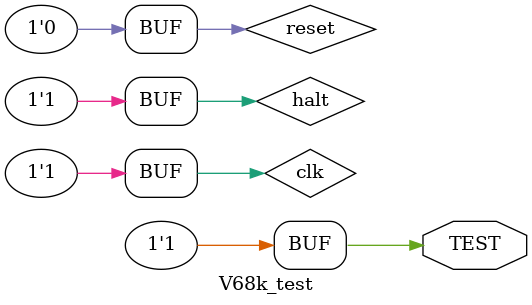
<source format=v>
module V68k_test(output TEST);

reg reset = 1;
reg halt = 1;
reg clk = 0;

assign TEST = 1;

V68k cpu(reset, halt, clk);

always begin
  clk = 0; #5
  clk = 1; #5;
end

initial begin
  #10 
  reset <= 0;
end
  

endmodule
</source>
